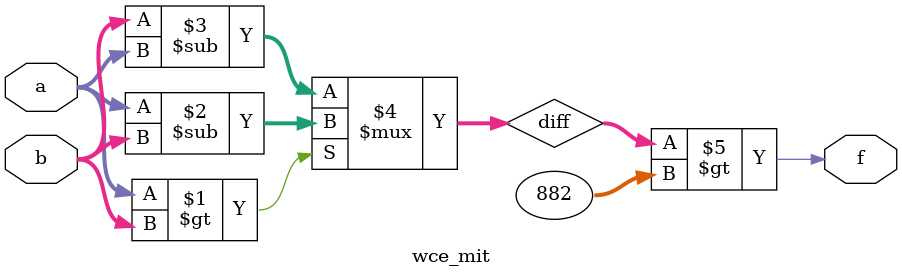
<source format=v>
module wce_mit(a, b, f);
parameter _bit = 16;
parameter wce = 882;
input [_bit - 1: 0] a;
input [_bit - 1: 0] b;
output f;
wire [_bit - 1: 0] diff;
assign diff = (a > b)? (a - b): (b - a);
assign f = (diff > wce);
endmodule

</source>
